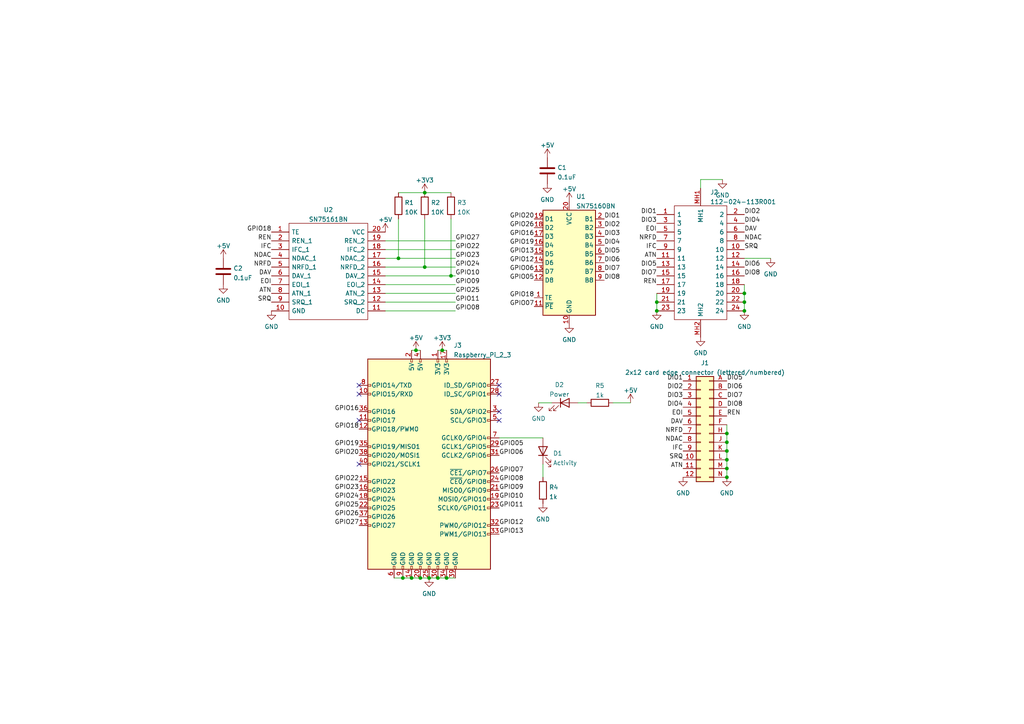
<source format=kicad_sch>
(kicad_sch (version 20211123) (generator eeschema)
  (paper "A4")
  (lib_symbols
    (symbol "Connector:Raspberry_Pi_2_3" (pin_names (offset 1.016))
      (property "Reference" "J" (at -17.78 31.75 0))
      (property "Value" "Raspberry_Pi_2_3" (at 10.16 -31.75 0))
      (symbol "Raspberry_Pi_2_3_0_1"
        (rectangle (start -17.78 30.48) (end 17.78 -30.48) (stroke (width 0.254)) (fill (type background)))
      )
      (symbol "Raspberry_Pi_2_3_1_1"
        (rectangle (start -16.891 -17.526) (end -17.78 -18.034))
        (rectangle (start -16.891 -14.986) (end -17.78 -15.494))
        (rectangle (start -16.891 -12.446) (end -17.78 -12.954))
        (rectangle (start -16.891 -9.906) (end -17.78 -10.414))
        (rectangle (start -16.891 -7.366) (end -17.78 -7.874))
        (rectangle (start -16.891 -4.826) (end -17.78 -5.334))
        (rectangle (start -16.891 0.254) (end -17.78 -0.254))
        (rectangle (start -16.891 2.794) (end -17.78 2.286))
        (rectangle (start -16.891 5.334) (end -17.78 4.826))
        (rectangle (start -16.891 10.414) (end -17.78 9.906))
        (rectangle (start -16.891 12.954) (end -17.78 12.446))
        (rectangle (start -16.891 15.494) (end -17.78 14.986))
        (rectangle (start -16.891 20.574) (end -17.78 20.066))
        (rectangle (start -16.891 23.114) (end -17.78 22.606))
        (rectangle (start -10.414 -29.591) (end -9.906 -30.48))
        (rectangle (start -7.874 -29.591) (end -7.366 -30.48))
        (rectangle (start -5.334 -29.591) (end -4.826 -30.48))
        (rectangle (start -5.334 30.48) (end -4.826 29.591))
        (rectangle (start -2.794 -29.591) (end -2.286 -30.48))
        (rectangle (start -2.794 30.48) (end -2.286 29.591))
        (rectangle (start -0.254 -29.591) (end 0.254 -30.48))
        (rectangle (start 2.286 -29.591) (end 2.794 -30.48))
        (rectangle (start 2.286 30.48) (end 2.794 29.591))
        (rectangle (start 4.826 -29.591) (end 5.334 -30.48))
        (rectangle (start 4.826 30.48) (end 5.334 29.591))
        (rectangle (start 7.366 -29.591) (end 7.874 -30.48))
        (rectangle (start 17.78 -20.066) (end 16.891 -20.574))
        (rectangle (start 17.78 -17.526) (end 16.891 -18.034))
        (rectangle (start 17.78 -12.446) (end 16.891 -12.954))
        (rectangle (start 17.78 -9.906) (end 16.891 -10.414))
        (rectangle (start 17.78 -7.366) (end 16.891 -7.874))
        (rectangle (start 17.78 -4.826) (end 16.891 -5.334))
        (rectangle (start 17.78 -2.286) (end 16.891 -2.794))
        (rectangle (start 17.78 2.794) (end 16.891 2.286))
        (rectangle (start 17.78 5.334) (end 16.891 4.826))
        (rectangle (start 17.78 7.874) (end 16.891 7.366))
        (rectangle (start 17.78 12.954) (end 16.891 12.446))
        (rectangle (start 17.78 15.494) (end 16.891 14.986))
        (rectangle (start 17.78 20.574) (end 16.891 20.066))
        (rectangle (start 17.78 23.114) (end 16.891 22.606))
        (pin power_in line (at 2.54 33.02 270) (length 2.54) (name "3V3") (number "1"))
        (pin bidirectional line (at -20.32 20.32 0) (length 2.54) (name "GPIO15/RXD") (number "10"))
        (pin bidirectional line (at -20.32 12.7 0) (length 2.54) (name "GPIO17") (number "11"))
        (pin bidirectional line (at -20.32 10.16 0) (length 2.54) (name "GPIO18/PWM0") (number "12"))
        (pin bidirectional line (at -20.32 -17.78 0) (length 2.54) (name "GPIO27") (number "13"))
        (pin power_in line (at -5.08 -33.02 90) (length 2.54) (name "GND") (number "14"))
        (pin bidirectional line (at -20.32 -5.08 0) (length 2.54) (name "GPIO22") (number "15"))
        (pin bidirectional line (at -20.32 -7.62 0) (length 2.54) (name "GPIO23") (number "16"))
        (pin power_in line (at 5.08 33.02 270) (length 2.54) (name "3V3") (number "17"))
        (pin bidirectional line (at -20.32 -10.16 0) (length 2.54) (name "GPIO24") (number "18"))
        (pin bidirectional line (at 20.32 -10.16 180) (length 2.54) (name "MOSI0/GPIO10") (number "19"))
        (pin power_in line (at -5.08 33.02 270) (length 2.54) (name "5V") (number "2"))
        (pin power_in line (at -2.54 -33.02 90) (length 2.54) (name "GND") (number "20"))
        (pin bidirectional line (at 20.32 -7.62 180) (length 2.54) (name "MISO0/GPIO9") (number "21"))
        (pin bidirectional line (at -20.32 -12.7 0) (length 2.54) (name "GPIO25") (number "22"))
        (pin bidirectional line (at 20.32 -12.7 180) (length 2.54) (name "SCLK0/GPIO11") (number "23"))
        (pin bidirectional line (at 20.32 -5.08 180) (length 2.54) (name "~{CE0}/GPIO8") (number "24"))
        (pin power_in line (at 0 -33.02 90) (length 2.54) (name "GND") (number "25"))
        (pin bidirectional line (at 20.32 -2.54 180) (length 2.54) (name "~{CE1}/GPIO7") (number "26"))
        (pin bidirectional line (at 20.32 22.86 180) (length 2.54) (name "ID_SD/GPIO0") (number "27"))
        (pin bidirectional line (at 20.32 20.32 180) (length 2.54) (name "ID_SC/GPIO1") (number "28"))
        (pin bidirectional line (at 20.32 5.08 180) (length 2.54) (name "GCLK1/GPIO5") (number "29"))
        (pin bidirectional line (at 20.32 15.24 180) (length 2.54) (name "SDA/GPIO2") (number "3"))
        (pin power_in line (at 2.54 -33.02 90) (length 2.54) (name "GND") (number "30"))
        (pin bidirectional line (at 20.32 2.54 180) (length 2.54) (name "GCLK2/GPIO6") (number "31"))
        (pin bidirectional line (at 20.32 -17.78 180) (length 2.54) (name "PWM0/GPIO12") (number "32"))
        (pin bidirectional line (at 20.32 -20.32 180) (length 2.54) (name "PWM1/GPIO13") (number "33"))
        (pin power_in line (at 5.08 -33.02 90) (length 2.54) (name "GND") (number "34"))
        (pin bidirectional line (at -20.32 5.08 0) (length 2.54) (name "GPIO19/MISO1") (number "35"))
        (pin bidirectional line (at -20.32 15.24 0) (length 2.54) (name "GPIO16") (number "36"))
        (pin bidirectional line (at -20.32 -15.24 0) (length 2.54) (name "GPIO26") (number "37"))
        (pin bidirectional line (at -20.32 2.54 0) (length 2.54) (name "GPIO20/MOSI1") (number "38"))
        (pin power_in line (at 7.62 -33.02 90) (length 2.54) (name "GND") (number "39"))
        (pin power_in line (at -2.54 33.02 270) (length 2.54) (name "5V") (number "4"))
        (pin bidirectional line (at -20.32 0 0) (length 2.54) (name "GPIO21/SCLK1") (number "40"))
        (pin bidirectional line (at 20.32 12.7 180) (length 2.54) (name "SCL/GPIO3") (number "5"))
        (pin power_in line (at -10.16 -33.02 90) (length 2.54) (name "GND") (number "6"))
        (pin bidirectional line (at 20.32 7.62 180) (length 2.54) (name "GCLK0/GPIO4") (number "7"))
        (pin bidirectional line (at -20.32 22.86 0) (length 2.54) (name "GPIO14/TXD") (number "8"))
        (pin power_in line (at -7.62 -33.02 90) (length 2.54) (name "GND") (number "9"))
      )
    )
    (symbol "Device:C" (pin_numbers hide) (pin_names (offset 0.254))
      (property "Reference" "C" (at 0.635 2.54 0))
      (property "Value" "C" (at 0.635 -2.54 0))
      (symbol "C_0_1"
        (polyline (pts (xy -2.032 -0.762) (xy 2.032 -0.762)) (stroke (width 0.508)))
        (polyline (pts (xy -2.032 0.762) (xy 2.032 0.762)) (stroke (width 0.508)))
      )
      (symbol "C_1_1"
        (pin passive line (at 0 3.81 270) (length 2.794) (name "~") (number "1"))
        (pin passive line (at 0 -3.81 90) (length 2.794) (name "~") (number "2"))
      )
    )
    (symbol "Device:LED" (pin_numbers hide) (pin_names (offset 1.016) hide)
      (property "Reference" "D" (at 0 2.54 0))
      (property "Value" "LED" (at 0 -2.54 0))
      (symbol "LED_0_1"
        (polyline (pts (xy -1.27 -1.27) (xy -1.27 1.27)) (stroke (width 0.254)))
        (polyline (pts (xy -1.27 0) (xy 1.27 0)))
        (polyline (pts (xy 1.27 -1.27) (xy 1.27 1.27) (xy -1.27 0) (xy 1.27 -1.27)) (stroke (width 0.254)))
        (polyline (pts (xy -3.048 -0.762) (xy -4.572 -2.286) (xy -3.81 -2.286) (xy -4.572 -2.286) (xy -4.572 -1.524)))
        (polyline (pts (xy -1.778 -0.762) (xy -3.302 -2.286) (xy -2.54 -2.286) (xy -3.302 -2.286) (xy -3.302 -1.524)))
      )
      (symbol "LED_1_1"
        (pin passive line (at -3.81 0 0) (length 2.54) (name "K") (number "1"))
        (pin passive line (at 3.81 0 180) (length 2.54) (name "A") (number "2"))
      )
    )
    (symbol "Device:R" (pin_numbers hide) (pin_names (offset 0))
      (property "Reference" "R" (at 2.032 0 90))
      (property "Value" "R" (at 0 0 90))
      (symbol "R_0_1"
        (rectangle (start -1.016 -2.54) (end 1.016 2.54) (stroke (width 0.254)))
      )
      (symbol "R_1_1"
        (pin passive line (at 0 3.81 270) (length 1.27) (name "~") (number "1"))
        (pin passive line (at 0 -3.81 90) (length 1.27) (name "~") (number "2"))
      )
    )
    (symbol "Evan's misc parts:2x12 card edge connector (lettered{slash}numbered)" (pin_names (offset 1.016) hide)
      (property "Reference" "J" (at 1.27 15.24 0))
      (property "Value" "2x12 card edge connector (lettered{slash}numbered)" (at 1.27 -17.78 0))
      (symbol "2x12 card edge connector (lettered{slash}numbered)_1_1"
        (rectangle (start -1.27 -15.113) (end 0 -15.367) (stroke (width 0.1524)))
        (rectangle (start -1.27 -12.573) (end 0 -12.827) (stroke (width 0.1524)))
        (rectangle (start -1.27 -10.033) (end 0 -10.287) (stroke (width 0.1524)))
        (rectangle (start -1.27 -7.493) (end 0 -7.747) (stroke (width 0.1524)))
        (rectangle (start -1.27 -4.953) (end 0 -5.207) (stroke (width 0.1524)))
        (rectangle (start -1.27 -2.413) (end 0 -2.667) (stroke (width 0.1524)))
        (rectangle (start -1.27 0.127) (end 0 -0.127) (stroke (width 0.1524)))
        (rectangle (start -1.27 2.667) (end 0 2.413) (stroke (width 0.1524)))
        (rectangle (start -1.27 5.207) (end 0 4.953) (stroke (width 0.1524)))
        (rectangle (start -1.27 7.747) (end 0 7.493) (stroke (width 0.1524)))
        (rectangle (start -1.27 10.287) (end 0 10.033) (stroke (width 0.1524)))
        (rectangle (start -1.27 12.827) (end 0 12.573) (stroke (width 0.1524)))
        (rectangle (start -1.27 13.97) (end 3.81 -16.51) (stroke (width 0.254)) (fill (type background)))
        (rectangle (start 3.81 -15.113) (end 2.54 -15.367) (stroke (width 0.1524)))
        (rectangle (start 3.81 -12.573) (end 2.54 -12.827) (stroke (width 0.1524)))
        (rectangle (start 3.81 -10.033) (end 2.54 -10.287) (stroke (width 0.1524)))
        (rectangle (start 3.81 -7.493) (end 2.54 -7.747) (stroke (width 0.1524)))
        (rectangle (start 3.81 -4.953) (end 2.54 -5.207) (stroke (width 0.1524)))
        (rectangle (start 3.81 -2.413) (end 2.54 -2.667) (stroke (width 0.1524)))
        (rectangle (start 3.81 0.127) (end 2.54 -0.127) (stroke (width 0.1524)))
        (rectangle (start 3.81 2.667) (end 2.54 2.413) (stroke (width 0.1524)))
        (rectangle (start 3.81 5.207) (end 2.54 4.953) (stroke (width 0.1524)))
        (rectangle (start 3.81 7.747) (end 2.54 7.493) (stroke (width 0.1524)))
        (rectangle (start 3.81 10.287) (end 2.54 10.033) (stroke (width 0.1524)))
        (rectangle (start 3.81 12.827) (end 2.54 12.573) (stroke (width 0.1524)))
        (pin passive line (at -5.08 12.7 0) (length 3.81) (name "Pin_1") (number "1"))
        (pin passive line (at -5.08 -10.16 0) (length 3.81) (name "Pin_10") (number "10"))
        (pin passive line (at -5.08 -12.7 0) (length 3.81) (name "Pin_11") (number "11"))
        (pin passive line (at -5.08 -15.24 0) (length 3.81) (name "Pin_12") (number "12"))
        (pin passive line (at -5.08 10.16 0) (length 3.81) (name "Pin_2") (number "2"))
        (pin passive line (at -5.08 7.62 0) (length 3.81) (name "Pin_3") (number "3"))
        (pin passive line (at -5.08 5.08 0) (length 3.81) (name "Pin_4") (number "4"))
        (pin passive line (at -5.08 2.54 0) (length 3.81) (name "Pin_5") (number "5"))
        (pin passive line (at -5.08 0 0) (length 3.81) (name "Pin_6") (number "6"))
        (pin passive line (at -5.08 -2.54 0) (length 3.81) (name "Pin_7") (number "7"))
        (pin passive line (at -5.08 -5.08 0) (length 3.81) (name "Pin_8") (number "8"))
        (pin passive line (at -5.08 -7.62 0) (length 3.81) (name "Pin_9") (number "9"))
        (pin passive line (at 7.62 12.7 180) (length 3.81) (name "Pin_A") (number "A"))
        (pin passive line (at 7.62 10.16 180) (length 3.81) (name "Pin_B") (number "B"))
        (pin passive line (at 7.62 7.62 180) (length 3.81) (name "Pin_C") (number "C"))
        (pin passive line (at 7.62 5.08 180) (length 3.81) (name "Pin_D") (number "D"))
        (pin passive line (at 7.62 2.54 180) (length 3.81) (name "Pin_E") (number "E"))
        (pin passive line (at 7.62 0 180) (length 3.81) (name "Pin_F") (number "F"))
        (pin passive line (at 7.62 -2.54 180) (length 3.81) (name "Pin_H") (number "H"))
        (pin passive line (at 7.62 -5.08 180) (length 3.81) (name "Pin_J") (number "J"))
        (pin passive line (at 7.62 -7.62 180) (length 3.81) (name "Pin_K") (number "K"))
        (pin passive line (at 7.62 -10.16 180) (length 3.81) (name "Pin_L") (number "L"))
        (pin passive line (at 7.62 -12.7 180) (length 3.81) (name "Pin_M") (number "M"))
        (pin passive line (at 7.62 -15.24 180) (length 3.81) (name "Pin_N") (number "N"))
      )
    )
    (symbol "Interface:SN75160BN"
      (property "Reference" "U" (at -3.81 19.05 0))
      (property "Value" "SN75160BN" (at -7.62 16.51 0))
      (symbol "SN75160BN_1_1"
        (rectangle (start -7.62 15.24) (end 7.62 -15.24) (stroke (width 0.254)) (fill (type background)))
        (pin input line (at -10.16 -10.16 0) (length 2.54) (name "TE") (number "1"))
        (pin power_in line (at 0 -17.78 90) (length 2.54) (name "GND") (number "10"))
        (pin input line (at -10.16 -12.7 0) (length 2.54) (name "~{PE}") (number "11"))
        (pin bidirectional line (at -10.16 -5.08 0) (length 2.54) (name "D8") (number "12"))
        (pin bidirectional line (at -10.16 -2.54 0) (length 2.54) (name "D7") (number "13"))
        (pin bidirectional line (at -10.16 0 0) (length 2.54) (name "D6") (number "14"))
        (pin bidirectional line (at -10.16 2.54 0) (length 2.54) (name "D5") (number "15"))
        (pin bidirectional line (at -10.16 5.08 0) (length 2.54) (name "D4") (number "16"))
        (pin bidirectional line (at -10.16 7.62 0) (length 2.54) (name "D3") (number "17"))
        (pin bidirectional line (at -10.16 10.16 0) (length 2.54) (name "D2") (number "18"))
        (pin bidirectional line (at -10.16 12.7 0) (length 2.54) (name "D1") (number "19"))
        (pin bidirectional line (at 10.16 12.7 180) (length 2.54) (name "B1") (number "2"))
        (pin power_in line (at 0 17.78 270) (length 2.54) (name "VCC") (number "20"))
        (pin bidirectional line (at 10.16 10.16 180) (length 2.54) (name "B2") (number "3"))
        (pin bidirectional line (at 10.16 7.62 180) (length 2.54) (name "B3") (number "4"))
        (pin bidirectional line (at 10.16 5.08 180) (length 2.54) (name "B4") (number "5"))
        (pin bidirectional line (at 10.16 2.54 180) (length 2.54) (name "B5") (number "6"))
        (pin bidirectional line (at 10.16 0 180) (length 2.54) (name "B6") (number "7"))
        (pin bidirectional line (at 10.16 -2.54 180) (length 2.54) (name "B7") (number "8"))
        (pin bidirectional line (at 10.16 -5.08 180) (length 2.54) (name "B8") (number "9"))
      )
    )
    (symbol "mouser:112-024-113R001" (pin_names (offset 0.762))
      (property "Reference" "J" (at 39.37 12.7 0))
      (property "Value" "112-024-113R001" (at 39.37 10.16 0))
      (symbol "112-024-113R001_0_0"
        (pin passive line (at 7.62 -12.7 90) (length 5.08) (name "1") (number "1"))
        (pin passive line (at 17.78 12.7 270) (length 5.08) (name "10") (number "10"))
        (pin passive line (at 20.32 -12.7 90) (length 5.08) (name "11") (number "11"))
        (pin passive line (at 20.32 12.7 270) (length 5.08) (name "12") (number "12"))
        (pin passive line (at 22.86 -12.7 90) (length 5.08) (name "13") (number "13"))
        (pin passive line (at 22.86 12.7 270) (length 5.08) (name "14") (number "14"))
        (pin passive line (at 25.4 -12.7 90) (length 5.08) (name "15") (number "15"))
        (pin passive line (at 25.4 12.7 270) (length 5.08) (name "16") (number "16"))
        (pin passive line (at 27.94 -12.7 90) (length 5.08) (name "17") (number "17"))
        (pin passive line (at 27.94 12.7 270) (length 5.08) (name "18") (number "18"))
        (pin passive line (at 30.48 -12.7 90) (length 5.08) (name "19") (number "19"))
        (pin passive line (at 7.62 12.7 270) (length 5.08) (name "2") (number "2"))
        (pin passive line (at 30.48 12.7 270) (length 5.08) (name "20") (number "20"))
        (pin passive line (at 33.02 -12.7 90) (length 5.08) (name "21") (number "21"))
        (pin passive line (at 33.02 12.7 270) (length 5.08) (name "22") (number "22"))
        (pin passive line (at 35.56 -12.7 90) (length 5.08) (name "23") (number "23"))
        (pin passive line (at 35.56 12.7 270) (length 5.08) (name "24") (number "24"))
        (pin passive line (at 10.16 -12.7 90) (length 5.08) (name "3") (number "3"))
        (pin passive line (at 10.16 12.7 270) (length 5.08) (name "4") (number "4"))
        (pin passive line (at 12.7 -12.7 90) (length 5.08) (name "5") (number "5"))
        (pin passive line (at 12.7 12.7 270) (length 5.08) (name "6") (number "6"))
        (pin passive line (at 15.24 -12.7 90) (length 5.08) (name "7") (number "7"))
        (pin passive line (at 15.24 12.7 270) (length 5.08) (name "8") (number "8"))
        (pin passive line (at 17.78 -12.7 90) (length 5.08) (name "9") (number "9"))
        (pin passive line (at 0 0 0) (length 5.08) (name "MH1") (number "MH1"))
        (pin passive line (at 43.18 0 180) (length 5.08) (name "MH2") (number "MH2"))
      )
      (symbol "112-024-113R001_0_1"
        (polyline (pts (xy 5.08 7.62) (xy 38.1 7.62) (xy 38.1 -7.62) (xy 5.08 -7.62) (xy 5.08 7.62)) (stroke (width 0.1524)))
      )
    )
    (symbol "mouser:SN75161BN" (pin_names (offset 0.762))
      (property "Reference" "IC" (at 29.21 7.62 0))
      (property "Value" "SN75161BN" (at 29.21 5.08 0))
      (symbol "SN75161BN_0_0"
        (pin passive line (at 0 0 0) (length 5.08) (name "TE") (number "1"))
        (pin passive line (at 0 -22.86 0) (length 5.08) (name "GND") (number "10"))
        (pin passive line (at 33.02 -22.86 180) (length 5.08) (name "DC") (number "11"))
        (pin passive line (at 33.02 -20.32 180) (length 5.08) (name "SRQ_2") (number "12"))
        (pin passive line (at 33.02 -17.78 180) (length 5.08) (name "ATN_2") (number "13"))
        (pin passive line (at 33.02 -15.24 180) (length 5.08) (name "EOI_2") (number "14"))
        (pin passive line (at 33.02 -12.7 180) (length 5.08) (name "DAV_2") (number "15"))
        (pin passive line (at 33.02 -10.16 180) (length 5.08) (name "NRFD_2") (number "16"))
        (pin passive line (at 33.02 -7.62 180) (length 5.08) (name "NDAC_2") (number "17"))
        (pin passive line (at 33.02 -5.08 180) (length 5.08) (name "IFC_2") (number "18"))
        (pin passive line (at 33.02 -2.54 180) (length 5.08) (name "REN_2") (number "19"))
        (pin passive line (at 0 -2.54 0) (length 5.08) (name "REN_1") (number "2"))
        (pin passive line (at 33.02 0 180) (length 5.08) (name "VCC") (number "20"))
        (pin passive line (at 0 -5.08 0) (length 5.08) (name "IFC_1") (number "3"))
        (pin passive line (at 0 -7.62 0) (length 5.08) (name "NDAC_1") (number "4"))
        (pin passive line (at 0 -10.16 0) (length 5.08) (name "NRFD_1") (number "5"))
        (pin passive line (at 0 -12.7 0) (length 5.08) (name "DAV_1") (number "6"))
        (pin passive line (at 0 -15.24 0) (length 5.08) (name "EOI_1") (number "7"))
        (pin passive line (at 0 -17.78 0) (length 5.08) (name "ATN_1") (number "8"))
        (pin passive line (at 0 -20.32 0) (length 5.08) (name "SRQ_1") (number "9"))
      )
      (symbol "SN75161BN_0_1"
        (polyline (pts (xy 5.08 2.54) (xy 27.94 2.54) (xy 27.94 -25.4) (xy 5.08 -25.4) (xy 5.08 2.54)) (stroke (width 0.1524)))
      )
    )
    (symbol "power:+3.3V" (power) (pin_names (offset 0))
      (property "Value" "+3.3V" (at 0 3.556 0))
      (symbol "+3.3V_0_1"
        (polyline (pts (xy -0.762 1.27) (xy 0 2.54)))
        (polyline (pts (xy 0 0) (xy 0 2.54)))
        (polyline (pts (xy 0 2.54) (xy 0.762 1.27)))
      )
      (symbol "+3.3V_1_1"
        (pin power_in line (at 0 0 90) (length 0) hide (name "+3V3") (number "1"))
      )
    )
    (symbol "power:+5V" (power) (pin_names (offset 0))
      (property "Value" "+5V" (at 0 3.556 0))
      (symbol "+5V_0_1"
        (polyline (pts (xy -0.762 1.27) (xy 0 2.54)))
        (polyline (pts (xy 0 0) (xy 0 2.54)))
        (polyline (pts (xy 0 2.54) (xy 0.762 1.27)))
      )
      (symbol "+5V_1_1"
        (pin power_in line (at 0 0 90) (length 0) hide (name "+5V") (number "1"))
      )
    )
    (symbol "power:GND" (power) (pin_names (offset 0))
      (property "Value" "GND" (at 0 -3.81 0))
      (symbol "GND_0_1"
        (polyline (pts (xy 0 0) (xy 0 -1.27) (xy 1.27 -1.27) (xy 0 -2.54) (xy -1.27 -1.27) (xy 0 -1.27)))
      )
      (symbol "GND_1_1"
        (pin power_in line (at 0 0 270) (length 0) hide (name "GND") (number "1"))
      )
    )
  )
  (junction (at 120.65 101.6))
  (junction (at 123.19 55.88))
  (junction (at 127 167.64))
  (junction (at 210.82 128.27))
  (junction (at 215.9 85.09))
  (junction (at 121.92 167.64))
  (junction (at 190.5 90.17))
  (junction (at 115.57 74.93))
  (junction (at 116.84 167.64))
  (junction (at 210.82 135.89))
  (junction (at 123.19 77.47))
  (junction (at 215.9 90.17))
  (junction (at 129.54 167.64))
  (junction (at 215.9 87.63))
  (junction (at 210.82 138.43))
  (junction (at 210.82 133.35))
  (junction (at 190.5 87.63))
  (junction (at 124.46 167.64))
  (junction (at 210.82 130.81))
  (junction (at 210.82 125.73))
  (junction (at 128.27 101.6))
  (junction (at 119.38 167.64))
  (junction (at 130.81 80.01))
  (no_connect (at 144.78 111.76))
  (no_connect (at 144.78 114.3))
  (no_connect (at 144.78 121.92))
  (no_connect (at 144.78 119.38))
  (no_connect (at 104.14 134.62))
  (no_connect (at 104.14 114.3))
  (no_connect (at 104.14 121.92))
  (no_connect (at 104.14 111.76))
  (wire (pts (xy 115.57 63.5) (xy 115.57 74.93)))
  (wire (pts (xy 203.2 52.07) (xy 203.2 54.61)))
  (wire (pts (xy 209.55 52.07) (xy 203.2 52.07)))
  (wire (pts (xy 132.08 90.17) (xy 111.76 90.17)))
  (wire (pts (xy 129.54 167.64) (xy 132.08 167.64)))
  (wire (pts (xy 190.5 87.63) (xy 190.5 90.17)))
  (wire (pts (xy 190.5 85.09) (xy 190.5 87.63)))
  (wire (pts (xy 157.48 134.62) (xy 157.48 138.43)))
  (wire (pts (xy 215.9 87.63) (xy 215.9 90.17)))
  (wire (pts (xy 210.82 133.35) (xy 210.82 135.89)))
  (wire (pts (xy 144.78 127) (xy 157.48 127)))
  (wire (pts (xy 210.82 125.73) (xy 210.82 128.27)))
  (wire (pts (xy 115.57 55.88) (xy 123.19 55.88)))
  (wire (pts (xy 111.76 87.63) (xy 132.08 87.63)))
  (wire (pts (xy 210.82 123.19) (xy 210.82 125.73)))
  (wire (pts (xy 210.82 130.81) (xy 210.82 133.35)))
  (wire (pts (xy 111.76 85.09) (xy 132.08 85.09)))
  (wire (pts (xy 119.38 167.64) (xy 121.92 167.64)))
  (wire (pts (xy 128.27 101.6) (xy 129.54 101.6)))
  (wire (pts (xy 215.9 74.93) (xy 223.52 74.93)))
  (wire (pts (xy 215.9 82.55) (xy 215.9 85.09)))
  (wire (pts (xy 215.9 85.09) (xy 215.9 87.63)))
  (wire (pts (xy 160.02 116.84) (xy 156.21 116.84)))
  (wire (pts (xy 111.76 72.39) (xy 132.08 72.39)))
  (wire (pts (xy 210.82 128.27) (xy 210.82 130.81)))
  (wire (pts (xy 170.18 116.84) (xy 167.64 116.84)))
  (wire (pts (xy 123.19 55.88) (xy 130.81 55.88)))
  (wire (pts (xy 120.65 101.6) (xy 121.92 101.6)))
  (wire (pts (xy 130.81 63.5) (xy 130.81 80.01)))
  (wire (pts (xy 114.3 167.64) (xy 116.84 167.64)))
  (wire (pts (xy 111.76 77.47) (xy 123.19 77.47)))
  (wire (pts (xy 111.76 82.55) (xy 132.08 82.55)))
  (wire (pts (xy 124.46 167.64) (xy 127 167.64)))
  (wire (pts (xy 127 101.6) (xy 128.27 101.6)))
  (wire (pts (xy 123.19 77.47) (xy 132.08 77.47)))
  (wire (pts (xy 177.8 116.84) (xy 182.88 116.84)))
  (wire (pts (xy 121.92 167.64) (xy 124.46 167.64)))
  (wire (pts (xy 127 167.64) (xy 129.54 167.64)))
  (wire (pts (xy 130.81 80.01) (xy 132.08 80.01)))
  (wire (pts (xy 111.76 69.85) (xy 132.08 69.85)))
  (wire (pts (xy 116.84 167.64) (xy 119.38 167.64)))
  (wire (pts (xy 210.82 135.89) (xy 210.82 138.43)))
  (wire (pts (xy 130.81 80.01) (xy 111.76 80.01)))
  (wire (pts (xy 115.57 74.93) (xy 132.08 74.93)))
  (wire (pts (xy 123.19 63.5) (xy 123.19 77.47)))
  (wire (pts (xy 115.57 74.93) (xy 111.76 74.93)))
  (wire (pts (xy 119.38 101.6) (xy 120.65 101.6)))
  (label "GPIO07" (at 144.78 137.16 0))
  (label "GPIO27" (at 104.14 152.4 180))
  (label "DIO4" (at 198.12 118.11 180))
  (label "REN" (at 210.82 120.65 0))
  (label "ATN" (at 190.5 74.93 180))
  (label "GPIO18" (at 154.94 86.36 180))
  (label "GPIO18" (at 104.14 124.46 180))
  (label "GPIO10" (at 144.78 144.78 0))
  (label "GPIO19" (at 104.14 129.54 180))
  (label "EOI" (at 198.12 120.65 180))
  (label "DIO2" (at 215.9 62.23 0))
  (label "DIO4" (at 215.9 64.77 0))
  (label "GPIO20" (at 104.14 132.08 180))
  (label "GPIO13" (at 154.94 73.66 180))
  (label "GPIO08" (at 132.08 90.17 0))
  (label "GPIO06" (at 154.94 78.74 180))
  (label "GPIO12" (at 144.78 152.4 0))
  (label "DIO5" (at 190.5 77.47 180))
  (label "GPIO16" (at 154.94 68.58 180))
  (label "DIO5" (at 210.82 110.49 0))
  (label "GPIO20" (at 154.94 63.5 180))
  (label "GPIO26" (at 104.14 149.86 180))
  (label "DIO7" (at 190.5 80.01 180))
  (label "DIO5" (at 175.26 73.66 0))
  (label "DAV" (at 78.74 80.01 180))
  (label "IFC" (at 198.12 130.81 180))
  (label "NRFD" (at 190.5 69.85 180))
  (label "DAV" (at 198.12 123.19 180))
  (label "GPIO22" (at 132.08 72.39 0))
  (label "ATN" (at 198.12 135.89 180))
  (label "GPIO24" (at 132.08 77.47 0))
  (label "GPIO09" (at 144.78 142.24 0))
  (label "NDAC" (at 198.12 128.27 180))
  (label "IFC" (at 78.74 72.39 180))
  (label "GPIO25" (at 132.08 85.09 0))
  (label "DIO6" (at 210.82 113.03 0))
  (label "GPIO12" (at 154.94 76.2 180))
  (label "DIO1" (at 190.5 62.23 180))
  (label "NRFD" (at 198.12 125.73 180))
  (label "DIO8" (at 175.26 81.28 0))
  (label "GPIO13" (at 144.78 154.94 0))
  (label "REN" (at 190.5 82.55 180))
  (label "DIO6" (at 215.9 77.47 0))
  (label "GPIO23" (at 104.14 142.24 180))
  (label "SRQ" (at 215.9 72.39 0))
  (label "EOI" (at 190.5 67.31 180))
  (label "SRQ" (at 198.12 133.35 180))
  (label "DIO2" (at 198.12 113.03 180))
  (label "DIO2" (at 175.26 66.04 0))
  (label "DAV" (at 215.9 67.31 0))
  (label "GPIO18" (at 78.74 67.31 180))
  (label "DIO7" (at 210.82 115.57 0))
  (label "NRFD" (at 78.74 77.47 180))
  (label "DIO8" (at 210.82 118.11 0))
  (label "GPIO05" (at 144.78 129.54 0))
  (label "GPIO26" (at 154.94 66.04 180))
  (label "GPIO06" (at 144.78 132.08 0))
  (label "DIO1" (at 198.12 110.49 180))
  (label "GPIO19" (at 154.94 71.12 180))
  (label "GPIO08" (at 144.78 139.7 0))
  (label "GPIO07" (at 154.94 88.9 180))
  (label "GPIO09" (at 132.08 82.55 0))
  (label "DIO3" (at 198.12 115.57 180))
  (label "NDAC" (at 215.9 69.85 0))
  (label "NDAC" (at 78.74 74.93 180))
  (label "GPIO05" (at 154.94 81.28 180))
  (label "GPIO22" (at 104.14 139.7 180))
  (label "GPIO16" (at 104.14 119.38 180))
  (label "DIO4" (at 175.26 71.12 0))
  (label "IFC" (at 190.5 72.39 180))
  (label "DIO7" (at 175.26 78.74 0))
  (label "DIO8" (at 215.9 80.01 0))
  (label "GPIO23" (at 132.08 74.93 0))
  (label "SRQ" (at 78.74 87.63 180))
  (label "DIO3" (at 190.5 64.77 180))
  (label "GPIO11" (at 132.08 87.63 0))
  (label "GPIO11" (at 144.78 147.32 0))
  (label "DIO1" (at 175.26 63.5 0))
  (label "GPIO10" (at 132.08 80.01 0))
  (label "GPIO24" (at 104.14 144.78 180))
  (label "EOI" (at 78.74 82.55 180))
  (label "ATN" (at 78.74 85.09 180))
  (label "REN" (at 78.74 69.85 180))
  (label "DIO3" (at 175.26 68.58 0))
  (label "DIO6" (at 175.26 76.2 0))
  (label "GPIO25" (at 104.14 147.32 180))
  (label "GPIO27" (at 132.08 69.85 0))
  (symbol (lib_id "power:GND") (at 190.5 90.17 0) (unit 1)
    (property "Reference" "#PWR01" (effects hide))
    (property "Value" "GND" (at 190.5 94.7325 0))
  )
  (symbol (lib_id "Connector:Raspberry_Pi_2_3") (at 124.46 134.62 0) (unit 1)
    (property "Reference" "J3" (at 131.5594 100.1735 0) (effects (justify left)))
    (property "Value" "Raspberry_Pi_2_3" (at 131.5594 102.9486 0) (effects (justify left)))
    (property "Footprint" "Connector_PinHeader_2.54mm:PinHeader_2x20_P2.54mm_Vertical" (effects hide))
    (property "Datasheet" "https://www.raspberrypi.org/documentation/hardware/raspberrypi/schematics/rpi_SCH_3bplus_1p0_reduced.pdf" (effects hide))
  )
  (symbol (lib_id "Device:C") (at 64.77 78.74 0) (unit 1)
    (property "Reference" "C2" (at 67.691 77.8315 0) (effects (justify left)))
    (property "Value" "0.1uF" (at 67.691 80.6066 0) (effects (justify left)))
    (property "Footprint" "Capacitor_SMD:C_0603_1608Metric" (effects hide))
  )
  (symbol (lib_id "power:+5V") (at 120.65 101.6 0) (unit 1)
    (property "Reference" "#PWR0111" (effects hide))
    (property "Value" "+5V" (at 120.65 97.9955 0))
  )
  (symbol (lib_id "power:+5V") (at 165.1 58.42 0) (unit 1)
    (property "Reference" "#PWR0113" (effects hide))
    (property "Value" "+5V" (at 165.1 54.8155 0))
  )
  (symbol (lib_id "power:GND") (at 157.48 146.05 0) (unit 1)
    (property "Reference" "#PWR0103" (effects hide))
    (property "Value" "GND" (at 157.48 150.6125 0))
  )
  (symbol (lib_id "Interface:SN75160BN") (at 165.1 76.2 0) (unit 1)
    (property "Reference" "U1" (at 167.1194 56.9935 0) (effects (justify left)))
    (property "Value" "SN75160BN" (at 167.1194 59.7686 0) (effects (justify left)))
    (property "Footprint" "Package_DIP:DIP-20_W7.62mm" (effects hide))
    (property "Datasheet" "http://www.ti.com/lit/ds/symlink/sn75160b.pdf" (effects hide))
  )
  (symbol (lib_id "power:+3.3V") (at 123.19 55.88 0) (unit 1)
    (property "Reference" "#PWR0110" (effects hide))
    (property "Value" "+3.3V" (at 123.19 52.2755 0))
  )
  (symbol (lib_id "Device:R") (at 130.81 59.69 0) (unit 1)
    (property "Reference" "R3" (at 132.588 58.7815 0) (effects (justify left)))
    (property "Value" "10K" (at 132.588 61.5566 0) (effects (justify left)))
    (property "Footprint" "Resistor_SMD:R_0603_1608Metric" (effects hide))
  )
  (symbol (lib_id "power:+5V") (at 158.75 45.72 0) (unit 1)
    (property "Reference" "#PWR0109" (effects hide))
    (property "Value" "+5V" (at 158.75 42.1155 0))
  )
  (symbol (lib_id "Device:R") (at 115.57 59.69 0) (unit 1)
    (property "Reference" "R1" (at 117.348 58.7815 0) (effects (justify left)))
    (property "Value" "10K" (at 117.348 61.5566 0) (effects (justify left)))
    (property "Footprint" "Resistor_SMD:R_0603_1608Metric" (effects hide))
  )
  (symbol (lib_id "power:GND") (at 158.75 53.34 0) (unit 1)
    (property "Reference" "#PWR0108" (effects hide))
    (property "Value" "GND" (at 158.75 57.9025 0))
  )
  (symbol (lib_id "power:GND") (at 78.74 90.17 0) (unit 1)
    (property "Reference" "#PWR0112" (effects hide))
    (property "Value" "GND" (at 78.74 94.7325 0))
  )
  (symbol (lib_id "power:GND") (at 209.55 52.07 0) (unit 1)
    (property "Reference" "#PWR03" (effects hide))
    (property "Value" "GND" (at 209.55 56.6325 0))
  )
  (symbol (lib_id "Device:C") (at 158.75 49.53 0) (unit 1)
    (property "Reference" "C1" (at 161.671 48.6215 0) (effects (justify left)))
    (property "Value" "0.1uF" (at 161.671 51.3966 0) (effects (justify left)))
    (property "Footprint" "Capacitor_SMD:C_0603_1608Metric" (effects hide))
  )
  (symbol (lib_id "Device:LED") (at 157.48 130.81 90) (unit 1)
    (property "Reference" "D1" (at 160.401 131.489 90) (effects (justify right)))
    (property "Value" "Activity" (at 160.401 134.2641 90) (effects (justify right)))
    (property "Footprint" "Capacitor_SMD:C_0603_1608Metric" (effects hide))
  )
  (symbol (lib_id "power:+3.3V") (at 128.27 101.6 0) (unit 1)
    (property "Reference" "#PWR0117" (effects hide))
    (property "Value" "+3.3V" (at 128.27 97.9955 0))
  )
  (symbol (lib_id "power:GND") (at 210.82 138.43 0) (unit 1)
    (property "Reference" "#PWR0101" (effects hide))
    (property "Value" "GND" (at 210.82 142.9925 0))
  )
  (symbol (lib_id "Device:R") (at 173.99 116.84 90) (unit 1)
    (property "Reference" "R5" (at 173.99 111.8575 90))
    (property "Value" "1k" (at 173.99 114.6326 90))
    (property "Footprint" "Resistor_SMD:R_0603_1608Metric" (effects hide))
  )
  (symbol (lib_id "Device:R") (at 157.48 142.24 0) (unit 1)
    (property "Reference" "R4" (at 159.258 141.3315 0) (effects (justify left)))
    (property "Value" "1k" (at 159.258 144.1066 0) (effects (justify left)))
    (property "Footprint" "Resistor_SMD:R_0603_1608Metric" (effects hide))
  )
  (symbol (lib_id "power:GND") (at 165.1 93.98 0) (unit 1)
    (property "Reference" "#PWR0104" (effects hide))
    (property "Value" "GND" (at 165.1 98.5425 0))
  )
  (symbol (lib_id "power:GND") (at 124.46 167.64 0) (unit 1)
    (property "Reference" "#PWR0106" (effects hide))
    (property "Value" "GND" (at 124.46 172.2025 0))
  )
  (symbol (lib_id "power:GND") (at 215.9 90.17 0) (unit 1)
    (property "Reference" "#PWR04" (effects hide))
    (property "Value" "GND" (at 215.9 94.7325 0))
  )
  (symbol (lib_id "Evan's misc parts:2x12 card edge connector (lettered{slash}numbered)") (at 203.2 123.19 0) (unit 1)
    (property "Reference" "J1" (at 204.47 105.2535 0))
    (property "Value" "2x12 card edge connector (lettered/numbered)" (at 204.47 108.0286 0))
    (property "Footprint" "Evan's misc parts:edge mounted 24 pin card edge connector (2x12 pin)" (effects hide))
  )
  (symbol (lib_id "power:+5V") (at 64.77 74.93 0) (unit 1)
    (property "Reference" "#PWR0115" (effects hide))
    (property "Value" "+5V" (at 64.77 71.3255 0))
  )
  (symbol (lib_id "Device:LED") (at 163.83 116.84 0) (unit 1)
    (property "Reference" "D2" (at 162.2425 111.6035 0))
    (property "Value" "Power" (at 162.2425 114.3786 0))
    (property "Footprint" "Capacitor_SMD:C_0603_1608Metric" (effects hide))
  )
  (symbol (lib_id "power:GND") (at 223.52 74.93 0) (unit 1)
    (property "Reference" "#PWR05" (effects hide))
    (property "Value" "GND" (at 223.52 79.4925 0))
  )
  (symbol (lib_id "Device:R") (at 123.19 59.69 0) (unit 1)
    (property "Reference" "R2" (at 124.968 58.7815 0) (effects (justify left)))
    (property "Value" "10K" (at 124.968 61.5566 0) (effects (justify left)))
    (property "Footprint" "Resistor_SMD:R_0603_1608Metric" (effects hide))
  )
  (symbol (lib_id "mouser:112-024-113R001") (at 203.2 54.61 270) (unit 1)
    (property "Reference" "J2" (at 205.9687 55.7743 90) (effects (justify left)))
    (property "Value" "112-024-113R001" (at 205.9687 58.5494 90) (effects (justify left)))
    (property "Footprint" "Evan's misc parts:GPIB" (effects hide))
    (property "Datasheet" "http://www.norcomp.net/rohspdfs/SCSI-050Ribbon/11Y/112/112-YYY-113R001.pdf" (effects hide))
    (property "Description" "I/O Connectors 24P Centronics male R/A dip solder" (effects hide))
    (property "Height" "15.85" (effects hide))
    (property "Mouser Part Number" "636-112-024-113R001" (effects hide))
    (property "Mouser Price/Stock" "https://www.mouser.co.uk/ProductDetail/NorComp/112-024-113R001?qs=IGgAdOvCTsSdej4q2f%2Fo5Q%3D%3D" (effects hide))
    (property "Manufacturer_Name" "NorComp" (effects hide))
    (property "Manufacturer_Part_Number" "112-024-113R001" (effects hide))
  )
  (symbol (lib_id "power:GND") (at 198.12 138.43 0) (unit 1)
    (property "Reference" "#PWR0102" (effects hide))
    (property "Value" "GND" (at 198.12 142.9925 0))
  )
  (symbol (lib_id "power:GND") (at 156.21 116.84 0) (unit 1)
    (property "Reference" "#PWR0105" (effects hide))
    (property "Value" "GND" (at 156.21 121.4025 0))
  )
  (symbol (lib_id "power:+5V") (at 111.76 67.31 0) (unit 1)
    (property "Reference" "#PWR0107" (effects hide))
    (property "Value" "+5V" (at 111.76 63.7055 0))
  )
  (symbol (lib_id "power:+5V") (at 182.88 116.84 0) (unit 1)
    (property "Reference" "#PWR0116" (effects hide))
    (property "Value" "+5V" (at 182.88 113.2355 0))
  )
  (symbol (lib_id "power:GND") (at 203.2 97.79 0) (unit 1)
    (property "Reference" "#PWR02" (effects hide))
    (property "Value" "GND" (at 203.2 102.3525 0))
  )
  (symbol (lib_id "power:GND") (at 64.77 82.55 0) (unit 1)
    (property "Reference" "#PWR0114" (effects hide))
    (property "Value" "GND" (at 64.77 87.1125 0))
  )
  (symbol (lib_id "mouser:SN75161BN") (at 78.74 67.31 0) (unit 1)
    (property "Reference" "U2" (at 95.25 60.8543 0))
    (property "Value" "SN75161BN" (at 95.25 63.6294 0))
    (property "Footprint" "Package_DIP:DIP-20_W7.62mm" (effects hide))
    (property "Datasheet" "https://www.ti.com/lit/ds/symlink/sn75161b.pdf?ts=1620992531475&ref_url=https%253A%252F%252Fwww.ti.com%252Fstore%252Fti%252Fen%252Fp%252Fproduct%252F%253Fp%253DSN75161BN%2526keyMatch%253DSN75161BN%2526tisearch%253Dsearch-everything" (effects hide))
    (property "Description" "Texas Instruments SN75161BNE4, Line Transceiver, 20-Pin PDIP" (effects hide))
    (property "Height" "5.08" (effects hide))
    (property "Mouser Part Number" "595-SN75161BN" (effects hide))
    (property "Mouser Price/Stock" "https://www.mouser.co.uk/ProductDetail/Texas-Instruments/SN75161BN?qs=Dqy2GfToSoS%252BO4WL2FUX5A%3D%3D" (effects hide))
    (property "Manufacturer_Name" "Texas Instruments" (effects hide))
    (property "Manufacturer_Part_Number" "SN75161BN" (effects hide))
  )
)
</source>
